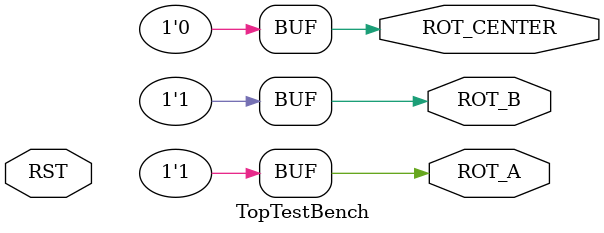
<source format=v>
`timescale 1ns / 1ps

module TopTestBench(
    input RST,
    // rotor control
    output reg ROT_CENTER = 1'b0,
    output reg ROT_A = 1'b1,
    output reg ROT_B = 1'b1
);

    initial begin

       // rozpoczecie skretu w lewo
        #300;
        ROT_A = 1'b0;
        #250;
        ROT_B = 1'b0;

        // konczenie skretu w lewo
        #300;
        ROT_A = 1'b1;
        #50;
        ROT_B = 1'b1;

        // rozpoczenie skretu w prawo
        #500;
        ROT_B = 1'b0;
        #250;
        ROT_A = 1'b0;

        // konczenie skretu w prawo
        #300;
        ROT_B = 1'b1;
        #50;
        ROT_A = 1'b1;

    end

endmodule

</source>
